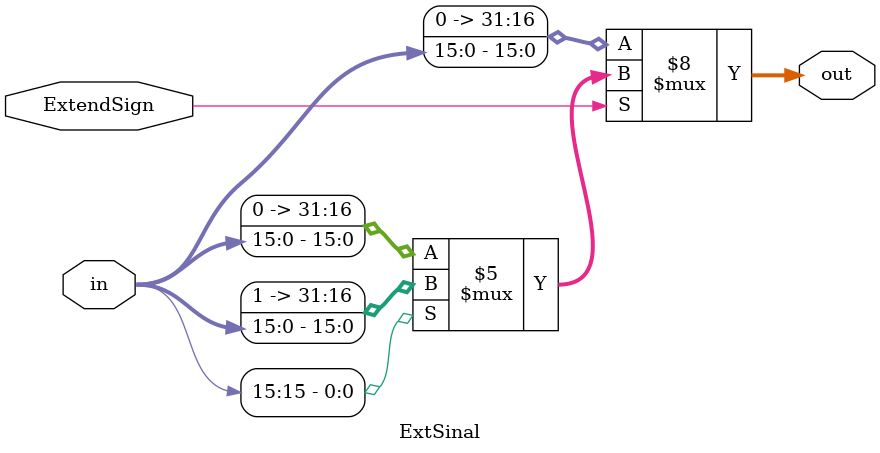
<source format=v>
/*
Módulo de Extensão de Sinal:
Para operações que envolvem valores imediatos (instruções I), 
você pode criar um módulo para estender ou ajustar o sinal imediato para a largura correta antes de executar a operação.
*/

module ExtSinal(out, in,ExtendSign);

    /* A 32-Bit output word */
    output  [31:0] out;
    
    /* A 16-Bit input word */
    input   [15:0] in;
	 input ExtendSign;
	 reg [31:0] out;

    /* Fill in the implementation here... */ 
    always@(in,ExtendSign)
	 begin
		if (ExtendSign == 0) begin
			out <= {16'h0000 , in};
		end else begin
			if (in[15]==1)
			begin
			  out <= {16'hffff , in};
			end
			else 
			begin
			  out <= in;
			end
		end

	 end
endmodule
</source>
